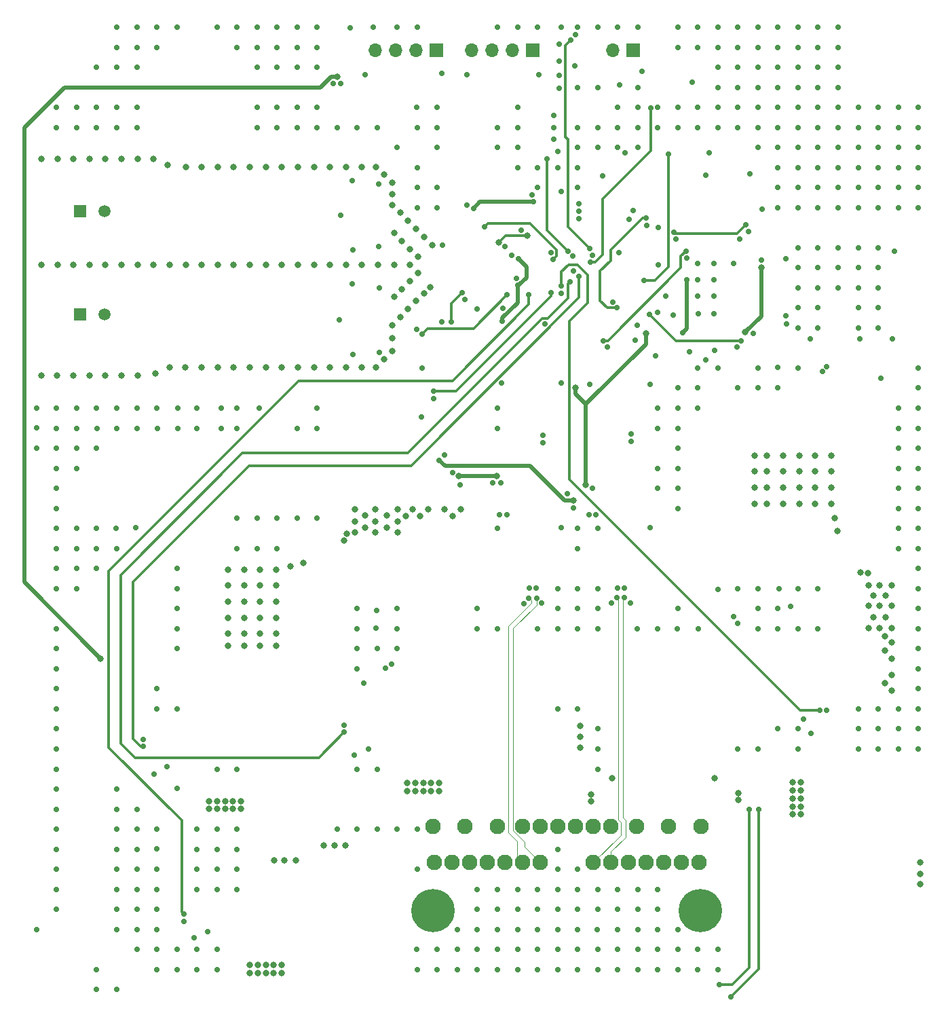
<source format=gbr>
%TF.GenerationSoftware,KiCad,Pcbnew,8.0.7*%
%TF.CreationDate,2025-02-09T22:58:21-06:00*%
%TF.ProjectId,FSAE_BMS,46534145-5f42-44d5-932e-6b696361645f,rev?*%
%TF.SameCoordinates,Original*%
%TF.FileFunction,Copper,L4,Bot*%
%TF.FilePolarity,Positive*%
%FSLAX46Y46*%
G04 Gerber Fmt 4.6, Leading zero omitted, Abs format (unit mm)*
G04 Created by KiCad (PCBNEW 8.0.7) date 2025-02-09 22:58:21*
%MOMM*%
%LPD*%
G01*
G04 APERTURE LIST*
%TA.AperFunction,ComponentPad*%
%ADD10C,1.950000*%
%TD*%
%TA.AperFunction,ComponentPad*%
%ADD11C,5.400000*%
%TD*%
%TA.AperFunction,ComponentPad*%
%ADD12R,1.520000X1.520000*%
%TD*%
%TA.AperFunction,ComponentPad*%
%ADD13C,1.520000*%
%TD*%
%TA.AperFunction,ComponentPad*%
%ADD14R,1.700000X1.700000*%
%TD*%
%TA.AperFunction,ComponentPad*%
%ADD15O,1.700000X1.700000*%
%TD*%
%TA.AperFunction,ViaPad*%
%ADD16C,0.700000*%
%TD*%
%TA.AperFunction,ViaPad*%
%ADD17C,0.800000*%
%TD*%
%TA.AperFunction,Conductor*%
%ADD18C,0.500000*%
%TD*%
%TA.AperFunction,Conductor*%
%ADD19C,0.300000*%
%TD*%
%TA.AperFunction,Conductor*%
%ADD20C,0.109000*%
%TD*%
G04 APERTURE END LIST*
D10*
%TO.P,J303,1,1*%
%TO.N,unconnected-(J303-Pad1)*%
X175660000Y-127162500D03*
%TO.P,J303,2,2*%
%TO.N,READY_PWR*%
X171660000Y-127162500D03*
%TO.P,J303,3,3*%
%TO.N,CHARGE_PWR*%
X167660000Y-127162500D03*
%TO.P,J303,4,4*%
%TO.N,unconnected-(J303-Pad4)*%
X164460000Y-127162500D03*
%TO.P,J303,5,5*%
%TO.N,unconnected-(J303-Pad5)*%
X162260000Y-127162500D03*
%TO.P,J303,6,6*%
%TO.N,CHARGE_SAFE_HV*%
X160060000Y-127162500D03*
%TO.P,J303,7,7*%
%TO.N,DISCHARGE_EN_HV*%
X157860000Y-127162500D03*
%TO.P,J303,8,8*%
%TO.N,CHARGE_EN_HV*%
X155660000Y-127162500D03*
%TO.P,J303,9,9*%
%TO.N,unconnected-(J303-Pad9)*%
X153460000Y-127162500D03*
%TO.P,J303,10,10*%
%TO.N,FAN_EN_HV*%
X150260000Y-127162500D03*
%TO.P,J303,11,11*%
%TO.N,unconnected-(J303-Pad11)*%
X146260000Y-127162500D03*
%TO.P,J303,12,12*%
%TO.N,GND*%
X142260000Y-127162500D03*
%TO.P,J303,13,13*%
%TO.N,unconnected-(J303-Pad13)*%
X175460000Y-131662500D03*
%TO.P,J303,14,14*%
%TO.N,unconnected-(J303-Pad14)*%
X173260000Y-131662500D03*
%TO.P,J303,15,15*%
%TO.N,unconnected-(J303-Pad15)*%
X171060000Y-131662500D03*
%TO.P,J303,16,16*%
%TO.N,unconnected-(J303-Pad16)*%
X168860000Y-131662500D03*
%TO.P,J303,17,17*%
%TO.N,unconnected-(J303-Pad17)*%
X166660000Y-131662500D03*
%TO.P,J303,18,18*%
%TO.N,ISO_CAN1+*%
X164460000Y-131662500D03*
%TO.P,J303,19,19*%
%TO.N,ISO_CAN1-*%
X162260000Y-131662500D03*
%TO.P,J303,20,20*%
%TO.N,ISO_CAN2+*%
X155660000Y-131662500D03*
%TO.P,J303,21,21*%
%TO.N,ISO_CAN2-*%
X153460000Y-131662500D03*
%TO.P,J303,22,22*%
%TO.N,unconnected-(J303-Pad22)*%
X151260000Y-131662500D03*
%TO.P,J303,23,23*%
%TO.N,unconnected-(J303-Pad23)*%
X149060000Y-131662500D03*
%TO.P,J303,24,24*%
%TO.N,unconnected-(J303-Pad24)*%
X146860000Y-131662500D03*
%TO.P,J303,25,25*%
%TO.N,unconnected-(J303-Pad25)*%
X144660000Y-131662500D03*
%TO.P,J303,26,26*%
%TO.N,unconnected-(J303-Pad26)*%
X142460000Y-131662500D03*
D11*
%TO.P,J303,MH1,MH1*%
%TO.N,unconnected-(J303-PadMH1)*%
X175610000Y-137612500D03*
%TO.P,J303,MH2,MH2*%
%TO.N,unconnected-(J303-PadMH2)*%
X142260000Y-137612500D03*
%TD*%
D12*
%TO.P,J305,1,1*%
%TO.N,ISO_COMLP*%
X98271605Y-50418326D03*
D13*
%TO.P,J305,2,2*%
%TO.N,ISO_COMLN*%
X101271604Y-50418326D03*
%TD*%
D14*
%TO.P,J301,1,Pin_1*%
%TO.N,GND*%
X154700000Y-30400000D03*
D15*
%TO.P,J301,2,Pin_2*%
%TO.N,Net-(D303-A2)*%
X152160000Y-30400000D03*
%TO.P,J301,3,Pin_3*%
%TO.N,Net-(D301-A2)*%
X149620000Y-30400000D03*
%TO.P,J301,4,Pin_4*%
%TO.N,Net-(J301-Pin_4)*%
X147080000Y-30400000D03*
%TD*%
D14*
%TO.P,J302,1,Pin_1*%
%TO.N,GND*%
X142660000Y-30400000D03*
D15*
%TO.P,J302,2,Pin_2*%
%TO.N,Net-(D304-A2)*%
X140120000Y-30400000D03*
%TO.P,J302,3,Pin_3*%
%TO.N,Net-(D302-A2)*%
X137580000Y-30400000D03*
%TO.P,J302,4,Pin_4*%
%TO.N,Net-(J302-Pin_4)*%
X135040000Y-30400000D03*
%TD*%
D14*
%TO.P,J306,1,Pin_1*%
%TO.N,GND*%
X167275000Y-30400000D03*
D15*
%TO.P,J306,2,Pin_2*%
%TO.N,Net-(D305-A2)*%
X164735000Y-30400000D03*
%TD*%
D12*
%TO.P,J304,1,1*%
%TO.N,ISO_COMHP*%
X98255217Y-63354222D03*
D13*
%TO.P,J304,2,2*%
%TO.N,ISO_COMHN*%
X101255216Y-63354222D03*
%TD*%
D16*
%TO.N,+3V3*%
X154800000Y-49300000D03*
D17*
X181200000Y-65557145D03*
D16*
X173900000Y-59000000D03*
D17*
X160050000Y-72500000D03*
X159800000Y-86500000D03*
X183200000Y-57500000D03*
D16*
X147300000Y-50100000D03*
X143050000Y-81500000D03*
X150900000Y-64200000D03*
X152827460Y-59691940D03*
X173400000Y-65600000D03*
X152900000Y-56370000D03*
D17*
X168800000Y-65700000D03*
X161330330Y-84530330D03*
D16*
%TO.N,GND*%
X146480000Y-33400000D03*
X170300000Y-82500000D03*
X109100000Y-119700000D03*
X107800000Y-127500000D03*
X187800000Y-35000000D03*
D17*
X123750000Y-131400000D03*
X105400000Y-43900000D03*
D16*
X95300000Y-125000000D03*
D17*
X145691000Y-87624500D03*
D16*
X160300000Y-47500000D03*
D17*
X185951606Y-86908500D03*
X93389438Y-70900968D03*
X115319784Y-123983604D03*
X143033124Y-121751932D03*
D16*
X177800000Y-27500000D03*
X172800000Y-85000000D03*
X95300000Y-77500000D03*
X162800000Y-142500000D03*
X143400000Y-54700000D03*
X110300000Y-105000000D03*
X157800000Y-45000000D03*
X202800000Y-77500000D03*
X190850000Y-70425000D03*
X160300000Y-140000000D03*
X162154189Y-85003364D03*
X117800000Y-132500000D03*
X112800000Y-127500000D03*
X160075000Y-28400000D03*
D17*
X122387951Y-144418350D03*
D16*
X117800000Y-92500000D03*
X202760856Y-104981646D03*
X170300000Y-40000000D03*
D17*
X129400000Y-44900000D03*
D16*
X197800000Y-45000000D03*
D17*
X142033124Y-122751932D03*
X197984606Y-97100500D03*
X115389438Y-69900968D03*
X138400000Y-54150000D03*
X182400000Y-86900000D03*
D16*
X175300000Y-70000000D03*
X200300000Y-115000000D03*
X187800000Y-57500000D03*
X137800000Y-102500000D03*
X147800000Y-145000000D03*
X202800000Y-92500000D03*
X172800000Y-27500000D03*
X162800000Y-137500000D03*
X195300000Y-115000000D03*
X110300000Y-112500000D03*
X182800000Y-40000000D03*
X180300000Y-32500000D03*
X195300000Y-57500000D03*
D17*
X95400000Y-57150000D03*
X140685000Y-88482500D03*
X187151062Y-124668540D03*
D16*
X177800000Y-30000000D03*
X105300000Y-132500000D03*
X140300000Y-45000000D03*
X127800000Y-30000000D03*
X172800000Y-140000000D03*
D17*
X124491000Y-94724500D03*
D16*
X202800000Y-117500000D03*
X95300000Y-92500000D03*
X187800000Y-47500000D03*
X102800000Y-127500000D03*
X100300000Y-37500000D03*
D17*
X121387951Y-144418350D03*
D16*
X189300000Y-66400000D03*
X180300000Y-101800000D03*
X202800000Y-75000000D03*
X202800000Y-115000000D03*
X187800000Y-30000000D03*
X180300000Y-27500000D03*
X95300000Y-115000000D03*
X190300000Y-97500000D03*
X187800000Y-55000000D03*
D17*
X188151062Y-122668540D03*
D16*
X167800000Y-37500000D03*
X120300000Y-30000000D03*
D17*
X182400000Y-82900000D03*
D16*
X115300000Y-130000000D03*
X155937000Y-78350000D03*
X158000000Y-33500000D03*
X167800000Y-140000000D03*
X200300000Y-40000000D03*
D17*
X141691000Y-87624500D03*
D16*
X151250213Y-54882825D03*
X127800000Y-77500000D03*
X112450000Y-141000000D03*
D17*
X117400000Y-44900000D03*
D16*
X177400000Y-67800000D03*
X190300000Y-27500000D03*
X127800000Y-32500000D03*
D17*
X135150000Y-69900000D03*
D16*
X158000000Y-35100000D03*
D17*
X116691000Y-99124500D03*
X123400000Y-44900000D03*
D16*
X147800000Y-102500000D03*
D17*
X187951606Y-84908500D03*
D16*
X190300000Y-62500000D03*
X187800000Y-32500000D03*
X190300000Y-40000000D03*
D17*
X105389438Y-70900968D03*
D16*
X172800000Y-37500000D03*
X157300000Y-38500000D03*
D17*
X125400000Y-57150000D03*
X135097000Y-89117500D03*
D16*
X150300000Y-77500000D03*
X187800000Y-50000000D03*
X115847903Y-74989604D03*
X95300000Y-37500000D03*
X190300000Y-50000000D03*
D17*
X121389438Y-69900968D03*
D16*
X187800000Y-70000000D03*
X127800000Y-88750000D03*
X187800000Y-27500000D03*
X202800000Y-80000000D03*
X160300000Y-100000000D03*
X100300000Y-95000000D03*
X162800000Y-115000000D03*
D17*
X114319784Y-123983604D03*
D16*
X97800000Y-37500000D03*
X97800000Y-90000000D03*
X166250000Y-43150000D03*
D17*
X141900000Y-59900000D03*
D16*
X132800000Y-127500000D03*
X152043582Y-55930023D03*
X115300000Y-135000000D03*
D17*
X116319784Y-124983604D03*
X97400000Y-57150000D03*
D16*
X100300000Y-32500000D03*
X127800000Y-27500000D03*
X175300000Y-30000000D03*
X97800000Y-75000000D03*
D17*
X136150000Y-45900000D03*
D16*
X200300000Y-80000000D03*
X175300000Y-145000000D03*
X150300000Y-142500000D03*
D17*
X138150000Y-50650000D03*
D16*
X161714000Y-88311500D03*
X131200000Y-114500000D03*
X112800000Y-75000000D03*
X167505000Y-66522500D03*
X112800000Y-132500000D03*
D17*
X118691000Y-103124500D03*
X198619606Y-105228500D03*
D16*
X140300000Y-145000000D03*
X202800000Y-72500000D03*
D17*
X137150000Y-64650000D03*
D16*
X143396178Y-64247858D03*
D17*
X141033124Y-121751932D03*
D16*
X146209605Y-61478818D03*
D17*
X119400000Y-57150000D03*
D16*
X177800000Y-40000000D03*
X130550000Y-63950000D03*
X150703500Y-84305600D03*
D17*
X123387951Y-145418350D03*
X137400000Y-57150000D03*
D16*
X135300000Y-40000000D03*
X157300000Y-41500000D03*
D17*
X141150000Y-60650000D03*
X111400000Y-57150000D03*
X120387951Y-145418350D03*
X99389438Y-70900968D03*
X198746606Y-98370500D03*
X203075000Y-134375000D03*
X142033124Y-121751932D03*
X117319784Y-123983604D03*
D16*
X137800000Y-105000000D03*
X185300000Y-102500000D03*
X175300000Y-142500000D03*
X202800000Y-70000000D03*
X166750000Y-51500000D03*
X197800000Y-112500000D03*
X197800000Y-57500000D03*
X145300000Y-145000000D03*
X169362192Y-89872198D03*
D17*
X122700000Y-104600000D03*
D16*
X170300000Y-37500000D03*
X112800000Y-145000000D03*
X100300000Y-75000000D03*
X160500000Y-50450000D03*
D17*
X137891000Y-90514500D03*
D16*
X180300000Y-97500000D03*
X155300000Y-135000000D03*
X197800000Y-117500000D03*
X200300000Y-42500000D03*
X102800000Y-32500000D03*
X105300000Y-40000000D03*
D17*
X189951606Y-84908500D03*
X115400000Y-44900000D03*
D16*
X150300000Y-40000000D03*
X152800000Y-140000000D03*
D17*
X187151062Y-123668540D03*
D16*
X130300000Y-40000000D03*
X156200000Y-64500000D03*
D17*
X191951606Y-82908500D03*
D16*
X172800000Y-30000000D03*
X127800000Y-75000000D03*
D17*
X127400000Y-57150000D03*
D16*
X117800000Y-75000000D03*
X185300000Y-27500000D03*
X186900000Y-99700000D03*
X102804851Y-77536491D03*
X185287800Y-69913013D03*
X107800000Y-30000000D03*
D17*
X203075000Y-133075000D03*
X133400000Y-69900000D03*
X121400000Y-57150000D03*
D16*
X195300000Y-112500000D03*
X167200000Y-50350000D03*
X152800000Y-42500000D03*
D17*
X136494000Y-89879500D03*
D16*
X175300000Y-59000000D03*
X177300000Y-57000000D03*
X202800000Y-82500000D03*
D17*
X117400000Y-57150000D03*
D16*
X110300000Y-145000000D03*
X105300000Y-140000000D03*
X190300000Y-32500000D03*
D17*
X109400000Y-57150000D03*
D16*
X190300000Y-30000000D03*
X147747916Y-140036491D03*
D17*
X160600000Y-116000000D03*
D16*
X112800000Y-135000000D03*
X187800000Y-37500000D03*
X182800000Y-70000000D03*
X107800000Y-145000000D03*
X170300000Y-102500000D03*
D17*
X125150000Y-131400000D03*
D16*
X95300000Y-95000000D03*
D17*
X139400000Y-55150000D03*
D16*
X95300000Y-97500000D03*
D17*
X103400000Y-43900000D03*
X191951606Y-80908500D03*
D16*
X167800000Y-35000000D03*
X95300000Y-130000000D03*
D17*
X139400000Y-59150000D03*
X139150000Y-62650000D03*
X139691000Y-87624500D03*
D16*
X190300000Y-102500000D03*
X112800000Y-130000000D03*
X107800000Y-142500000D03*
D17*
X182400000Y-80900000D03*
D16*
X195300000Y-45000000D03*
X172800000Y-87500000D03*
X135475000Y-54868326D03*
D17*
X97389438Y-70900968D03*
D16*
X131900000Y-27600000D03*
X155823261Y-99326378D03*
X110300000Y-142500000D03*
X190300000Y-45000000D03*
X102800000Y-147500000D03*
X140221928Y-142473904D03*
D17*
X141150000Y-53650000D03*
D16*
X129828667Y-34524833D03*
X95300000Y-40000000D03*
X174589303Y-34342642D03*
X165300000Y-97400000D03*
D17*
X137150000Y-46900000D03*
X140150000Y-61650000D03*
D16*
X197800000Y-42500000D03*
X170300000Y-140000000D03*
X142300000Y-73800000D03*
X157800000Y-135000000D03*
X95300000Y-105000000D03*
X192800000Y-47500000D03*
X182800000Y-97500000D03*
X162800000Y-120000000D03*
X187800000Y-65000000D03*
X150300000Y-145000000D03*
X159000001Y-85668630D03*
X167800000Y-40000000D03*
D17*
X138150000Y-63650000D03*
D16*
X158300000Y-71900000D03*
D17*
X136494000Y-88355500D03*
D16*
X165300000Y-140000000D03*
D17*
X135097000Y-90514500D03*
D16*
X195300000Y-55000000D03*
X157800000Y-102500000D03*
X195300000Y-50000000D03*
X172800000Y-72500000D03*
X160300000Y-42500000D03*
D17*
X137400000Y-61150000D03*
D16*
X180300000Y-117500000D03*
X110305197Y-122423409D03*
D17*
X160600000Y-114600000D03*
D16*
X198100000Y-71300000D03*
X175300000Y-61000000D03*
D17*
X199508606Y-97100500D03*
D16*
X132800000Y-107500000D03*
X182800000Y-35000000D03*
X135300000Y-105000000D03*
D17*
X135150000Y-44900000D03*
D16*
X102800000Y-30000000D03*
X170300000Y-145000000D03*
X135300000Y-120000000D03*
X132200000Y-59500000D03*
D17*
X95389438Y-70900968D03*
D16*
X152700000Y-58801008D03*
D17*
X177400000Y-121100000D03*
X197222606Y-101037500D03*
X125400000Y-69900000D03*
D16*
X105300000Y-137500000D03*
X100300000Y-40000000D03*
X172800000Y-80000000D03*
X195300000Y-40000000D03*
X158250053Y-89895318D03*
D17*
X116691000Y-95124500D03*
D16*
X122800000Y-32500000D03*
D17*
X182400000Y-84900000D03*
X116319784Y-123983604D03*
D16*
X202800000Y-90000000D03*
D17*
X131400000Y-69900000D03*
X135097000Y-87593500D03*
D16*
X172800000Y-142500000D03*
D17*
X117319784Y-124983604D03*
D16*
X114150000Y-140300000D03*
X157800000Y-142500000D03*
X177800000Y-145000000D03*
X166100000Y-97400000D03*
X150800000Y-71900000D03*
X107800000Y-140000000D03*
X160300000Y-137500000D03*
X95300000Y-90000000D03*
D17*
X103389438Y-70900968D03*
X144749000Y-88482500D03*
X109389438Y-69900968D03*
X118691000Y-99124500D03*
D16*
X189375000Y-115575000D03*
D17*
X131150000Y-91500000D03*
X120691000Y-103124500D03*
D16*
X117800000Y-27500000D03*
X185300000Y-32500000D03*
X158000000Y-31700000D03*
D17*
X187951606Y-86908500D03*
D16*
X195300000Y-42500000D03*
X102747808Y-89963509D03*
D17*
X137150000Y-49650000D03*
D16*
X117800000Y-130000000D03*
X95300000Y-132500000D03*
X200300000Y-90000000D03*
X105300000Y-32500000D03*
X125300000Y-37500000D03*
X165300000Y-137500000D03*
X140900000Y-70000000D03*
D17*
X142150000Y-54650000D03*
X131500000Y-90650000D03*
D16*
X105300000Y-30000000D03*
X130750000Y-50950000D03*
X165450000Y-55600000D03*
X100300000Y-145000000D03*
X117800000Y-88750000D03*
X187800000Y-97500000D03*
X132800000Y-102500000D03*
X95300000Y-85000000D03*
X150537000Y-88250000D03*
X143380000Y-33300000D03*
X110450922Y-77526095D03*
D17*
X187151062Y-125668540D03*
D16*
X95300000Y-137500000D03*
D17*
X135400000Y-57150000D03*
D16*
X155300000Y-145000000D03*
D17*
X139033124Y-121751932D03*
D16*
X95300000Y-82500000D03*
X165300000Y-37500000D03*
D17*
X187951606Y-80908500D03*
D16*
X165300000Y-142500000D03*
D17*
X113389438Y-69900968D03*
D16*
X195300000Y-60000000D03*
X158000000Y-29600000D03*
D17*
X197222606Y-98370500D03*
D16*
X115300000Y-132500000D03*
X117804851Y-77536491D03*
X152800000Y-137500000D03*
X157800000Y-112500000D03*
X177800000Y-97600000D03*
X195300000Y-37500000D03*
D17*
X196587606Y-102434500D03*
D16*
X158300000Y-48000000D03*
X167800000Y-137500000D03*
X190300000Y-65000000D03*
X199600000Y-66400000D03*
X177800000Y-70000000D03*
X200300000Y-85000000D03*
X140300000Y-47500000D03*
D17*
X180350000Y-123000000D03*
D16*
X186300000Y-56400000D03*
D17*
X123400000Y-57150000D03*
D16*
X200300000Y-45000000D03*
X170400000Y-52500000D03*
X125300000Y-32500000D03*
D17*
X118319784Y-123983604D03*
D16*
X105300000Y-142500000D03*
D17*
X140400000Y-56150000D03*
D16*
X115300000Y-127500000D03*
X107800000Y-135000000D03*
X102800000Y-75000000D03*
D17*
X111400000Y-44900000D03*
D16*
X134802483Y-27465205D03*
X202800000Y-47500000D03*
D17*
X115400000Y-57150000D03*
D16*
X149673034Y-84300000D03*
X182800000Y-37500000D03*
X162564000Y-88311500D03*
X200300000Y-77500000D03*
X95300000Y-110000000D03*
X92779209Y-77468706D03*
X145300000Y-140000000D03*
X165300000Y-27500000D03*
X180300000Y-37500000D03*
X180500000Y-53900000D03*
X177300000Y-61000000D03*
D17*
X113400000Y-57150000D03*
D16*
X100304851Y-77536491D03*
X200300000Y-50000000D03*
X185300000Y-42500000D03*
X155300000Y-47500000D03*
X147800000Y-135000000D03*
X111200000Y-139000000D03*
X122800000Y-37500000D03*
D17*
X187951606Y-82908500D03*
D16*
X162141047Y-55932881D03*
X97800000Y-97500000D03*
X135500000Y-47050000D03*
X102800000Y-40000000D03*
X197800000Y-47500000D03*
X133600000Y-109300000D03*
D17*
X119400000Y-44900000D03*
D16*
X202800000Y-102500000D03*
D17*
X199508606Y-99640500D03*
D16*
X195300000Y-62500000D03*
X161800000Y-72000000D03*
X110300000Y-100000000D03*
D17*
X118700000Y-104600000D03*
X131300000Y-129500000D03*
X109139438Y-44649032D03*
X185951606Y-80908500D03*
D16*
X97800000Y-82500000D03*
D17*
X120691000Y-95124500D03*
D16*
X192800000Y-42500000D03*
X132800000Y-120000000D03*
D17*
X191951606Y-84908500D03*
X120387951Y-144418350D03*
D16*
X202800000Y-45000000D03*
X137800000Y-127500000D03*
D17*
X160600000Y-117300000D03*
D16*
X102800000Y-140000000D03*
D17*
X187151062Y-122668540D03*
D16*
X120300000Y-27500000D03*
X182800000Y-102500000D03*
X132450000Y-118300000D03*
X192800000Y-60000000D03*
X95300000Y-107500000D03*
D17*
X120691000Y-101124500D03*
X137400000Y-53150001D03*
X118691000Y-97124500D03*
X127400000Y-44900000D03*
X118691000Y-95124500D03*
D16*
X200300000Y-87500000D03*
X187800000Y-45000000D03*
X147800000Y-142500000D03*
X160300000Y-112500000D03*
X97800000Y-92500000D03*
X165300000Y-135000000D03*
X154623495Y-48417475D03*
X155300000Y-137500000D03*
D17*
X122691000Y-101124500D03*
D16*
X169370000Y-72048621D03*
X195300000Y-65000000D03*
D17*
X103400000Y-57150000D03*
D16*
X191350000Y-69875000D03*
X183200000Y-56500000D03*
D17*
X183951606Y-86908500D03*
X121400000Y-44900000D03*
D16*
X142800000Y-145000000D03*
X115300000Y-145000000D03*
X185300000Y-30000000D03*
X162800000Y-102500000D03*
X155100000Y-97400000D03*
D17*
X120700000Y-104600000D03*
D16*
X157800000Y-140000000D03*
X152800000Y-27500000D03*
X160300000Y-92500000D03*
X120545149Y-74963509D03*
X106100000Y-116299997D03*
X133780000Y-33400000D03*
X202800000Y-112500000D03*
X182800000Y-117500000D03*
X155298411Y-27476803D03*
X102800000Y-137500000D03*
X150300000Y-140000000D03*
X185300000Y-72500000D03*
X127800000Y-37500000D03*
X160300000Y-35000000D03*
X182210773Y-65677743D03*
D17*
X122691000Y-95124500D03*
D16*
X175300000Y-75000000D03*
X187800000Y-60000000D03*
X167800000Y-42500000D03*
X102800000Y-132500000D03*
D17*
X131400000Y-57150000D03*
D16*
X137800000Y-100000000D03*
X130300000Y-127500000D03*
D17*
X122691000Y-97124500D03*
D16*
X192800000Y-45000000D03*
D17*
X197984606Y-99640500D03*
X183951606Y-82908500D03*
D16*
X92800000Y-75000000D03*
X157800000Y-132500000D03*
D17*
X123387951Y-144418350D03*
D16*
X155937000Y-79300000D03*
X110300000Y-102500000D03*
X143690138Y-80867365D03*
X102800000Y-125000000D03*
X95300000Y-120000000D03*
D17*
X137891000Y-87593500D03*
D16*
X197800000Y-65000000D03*
X156950000Y-55600000D03*
D17*
X117389438Y-69900968D03*
D16*
X167800000Y-145000000D03*
X140242610Y-37468706D03*
D17*
X93400000Y-57150000D03*
D16*
X105300000Y-37500000D03*
X160300000Y-135000000D03*
D17*
X183951606Y-84908500D03*
D16*
X95300000Y-135000000D03*
X105304851Y-77536491D03*
X176700000Y-43200000D03*
X199800000Y-55400000D03*
D17*
X191951606Y-86908500D03*
X132557000Y-89117500D03*
D16*
X202800000Y-42500000D03*
X157800000Y-97500000D03*
D17*
X188151062Y-125668540D03*
D16*
X140300000Y-132500000D03*
X172600000Y-53900000D03*
D17*
X121387951Y-145418350D03*
X101400000Y-57150000D03*
D16*
X185300000Y-47500000D03*
X172800000Y-77500000D03*
X167744415Y-102511598D03*
X197800000Y-40000000D03*
X202800000Y-40000000D03*
D17*
X196500000Y-95600000D03*
X132557000Y-90514500D03*
D16*
X160300000Y-102500000D03*
X185451377Y-97494802D03*
D17*
X119387951Y-145418350D03*
D16*
X162800000Y-135000000D03*
X125300000Y-30000000D03*
D17*
X133827000Y-89879500D03*
D16*
X182800000Y-100000000D03*
D17*
X95400000Y-43900000D03*
D16*
X155300000Y-142500000D03*
X95300000Y-112500000D03*
X157300000Y-40000000D03*
X132800000Y-100000000D03*
D17*
X118691000Y-101124500D03*
D16*
X170300000Y-63047900D03*
X102800000Y-130000000D03*
X162800000Y-145000000D03*
X162800000Y-100000000D03*
X136300000Y-107400000D03*
D17*
X107650000Y-70650000D03*
X120691000Y-97124500D03*
D16*
X188475000Y-113775000D03*
X100300000Y-80000000D03*
X170300000Y-142500000D03*
X125300000Y-77500000D03*
D17*
X189951606Y-80908500D03*
D16*
X187800000Y-115000000D03*
X160300000Y-45000000D03*
X165300000Y-40000000D03*
X164667638Y-61776884D03*
D17*
X188151062Y-124668540D03*
D16*
X197800000Y-55000000D03*
X163450000Y-46050000D03*
X102800000Y-27500000D03*
X153597752Y-99347355D03*
X200300000Y-75000000D03*
X150970505Y-62569745D03*
X167800000Y-135000000D03*
X192800000Y-30000000D03*
X159800000Y-57883500D03*
X95300000Y-75000000D03*
X170300000Y-85000000D03*
X105300000Y-75000000D03*
X160300000Y-90000000D03*
X202800000Y-95000000D03*
D17*
X101400000Y-43900000D03*
D16*
X110446071Y-74989604D03*
X135585496Y-60015442D03*
X160500000Y-51350000D03*
D17*
X107400000Y-43900000D03*
D16*
X182800000Y-30000000D03*
X155300000Y-45000000D03*
X162800000Y-97500000D03*
X147800000Y-62600000D03*
D17*
X119387951Y-144418350D03*
D16*
X117800000Y-120000000D03*
X179800000Y-101000000D03*
D17*
X122450000Y-131400000D03*
D16*
X170300000Y-137500000D03*
D17*
X114319784Y-124983604D03*
X120691000Y-99124500D03*
D16*
X175300000Y-72500000D03*
X172800000Y-40000000D03*
X192800000Y-40000000D03*
X152800000Y-45000000D03*
X150300000Y-27500000D03*
X107800000Y-137500000D03*
X157800000Y-100000000D03*
X167800000Y-142500000D03*
X115300000Y-142500000D03*
D17*
X140033124Y-122751932D03*
D16*
X162747916Y-140036491D03*
D17*
X139033124Y-122751932D03*
D16*
X200300000Y-47500000D03*
D17*
X118319784Y-124983604D03*
D16*
X202800000Y-100000000D03*
X180200768Y-67348843D03*
X166964000Y-78211500D03*
X200300000Y-117500000D03*
X172800000Y-100000000D03*
X162800000Y-27500000D03*
D17*
X136200000Y-68900000D03*
D16*
X155480000Y-33400000D03*
X160300000Y-27500000D03*
X202800000Y-110000000D03*
X95300000Y-117500000D03*
X147800000Y-100000000D03*
X187800000Y-62500000D03*
D17*
X116691000Y-103124500D03*
D16*
X170300000Y-75000000D03*
X160300000Y-142500000D03*
X125300000Y-40000000D03*
X100300000Y-92500000D03*
X159919975Y-32355025D03*
X171300000Y-61000000D03*
X176300000Y-46000000D03*
X167800000Y-27500000D03*
D17*
X137150000Y-67900000D03*
D16*
X162800000Y-90000000D03*
X182800000Y-72500000D03*
X158296210Y-60683495D03*
X140300000Y-127500000D03*
X117800000Y-30000000D03*
D17*
X105400000Y-57150000D03*
D16*
X110300000Y-97500000D03*
D17*
X192751606Y-90308500D03*
D16*
X147800000Y-137500000D03*
X162800000Y-117500000D03*
D17*
X187151062Y-121668540D03*
X192351606Y-88708500D03*
D16*
X135182568Y-102437305D03*
X92800000Y-140000000D03*
X105174718Y-89937413D03*
X122800000Y-88750000D03*
D17*
X122691000Y-99124500D03*
X164600000Y-121100000D03*
D16*
X182800000Y-42500000D03*
X127800000Y-40000000D03*
X122800000Y-92500000D03*
X180300000Y-72500000D03*
D17*
X139400000Y-57150000D03*
D16*
X132800000Y-40000000D03*
X163982886Y-67384997D03*
X170300000Y-77500000D03*
X181800000Y-45800000D03*
X150300000Y-75000000D03*
D17*
X197984606Y-102434500D03*
D16*
X172232920Y-63389216D03*
X197800000Y-37500000D03*
X192800000Y-35000000D03*
D17*
X143033124Y-122751932D03*
D16*
X159800000Y-87450003D03*
X177800000Y-37500000D03*
X180300000Y-40000000D03*
X145605368Y-84526003D03*
D17*
X137150000Y-48300000D03*
D16*
X125300000Y-27500000D03*
X102800000Y-135000000D03*
X115300000Y-120000000D03*
X175300000Y-40000000D03*
X112800000Y-142500000D03*
D17*
X116700000Y-104600000D03*
D16*
X150300000Y-135000000D03*
X200300000Y-37500000D03*
X200300000Y-112500000D03*
X142800000Y-142500000D03*
D17*
X199477606Y-110234500D03*
D16*
X160300000Y-145000000D03*
X190300000Y-42500000D03*
X140300000Y-27500000D03*
X132300000Y-55250000D03*
D17*
X180350000Y-123850000D03*
D16*
X160300000Y-40000000D03*
X175300000Y-37500000D03*
X107836490Y-74989604D03*
X150300000Y-137500000D03*
D17*
X188151062Y-121668540D03*
X161950000Y-123150000D03*
D16*
X166900000Y-99300000D03*
X120300000Y-88750000D03*
D17*
X139150000Y-51650000D03*
X119389438Y-69900968D03*
D16*
X185300000Y-50000000D03*
X110300000Y-95000000D03*
X167750000Y-64650000D03*
X122800000Y-40000000D03*
X164500000Y-99300000D03*
X186300000Y-63500000D03*
X182800000Y-27500000D03*
X155300000Y-140000000D03*
X150300000Y-102482602D03*
X140300000Y-50000000D03*
X150300000Y-42500000D03*
X152800000Y-142500000D03*
D17*
X137150000Y-66300000D03*
D16*
X195300000Y-117500000D03*
X125300000Y-88750000D03*
X155300000Y-102500000D03*
X95300000Y-80000000D03*
X132200000Y-46650000D03*
D17*
X99400000Y-57150000D03*
D16*
X197800000Y-50000000D03*
D17*
X195600000Y-95450000D03*
D16*
X152800000Y-135000000D03*
X202800000Y-87500000D03*
X95300000Y-127500000D03*
X192800000Y-37500000D03*
X176300000Y-69000000D03*
X137100000Y-106900000D03*
X120300000Y-40000000D03*
X168300000Y-33000000D03*
D17*
X199477606Y-104234500D03*
D16*
X162800000Y-35000000D03*
X158300000Y-27500000D03*
D17*
X107410562Y-57149032D03*
X185951606Y-84908500D03*
D16*
X120300000Y-32500000D03*
X95299999Y-122473687D03*
X192800000Y-50000000D03*
X197800000Y-60000000D03*
D17*
X123400000Y-69900000D03*
D16*
X100300000Y-147500000D03*
D17*
X129400000Y-57150000D03*
D16*
X152800000Y-145000000D03*
D17*
X126091000Y-94324500D03*
D16*
X162800000Y-40000000D03*
X187800000Y-117500000D03*
D17*
X140150000Y-52650000D03*
X93389438Y-43899032D03*
D16*
X102800000Y-37500000D03*
X132250000Y-68300000D03*
D17*
X133400000Y-44900000D03*
D16*
X134250000Y-117500000D03*
X97800000Y-80000000D03*
X107500000Y-120665000D03*
D17*
X189951606Y-86908500D03*
D16*
X120346994Y-92484299D03*
D17*
X97400000Y-43900000D03*
X122387951Y-145418350D03*
X188151062Y-123668540D03*
D16*
X165300000Y-145000000D03*
X160300000Y-132500000D03*
X105300000Y-130000000D03*
X142800000Y-37500000D03*
D17*
X138400000Y-60150000D03*
X113400000Y-44900000D03*
D16*
X160500000Y-49500000D03*
X120300000Y-37500000D03*
X175375989Y-102511598D03*
X185300000Y-37500000D03*
X185300000Y-115000000D03*
X142800000Y-47500000D03*
X174300000Y-68000000D03*
X183300000Y-50200000D03*
X185300000Y-40000000D03*
X95300000Y-87500000D03*
X152800000Y-37500000D03*
D17*
X138907000Y-88482500D03*
D16*
X170050000Y-68500000D03*
X146495013Y-49697507D03*
X187800000Y-102500000D03*
X107763509Y-129947916D03*
X100300000Y-90000000D03*
D17*
X133827000Y-88355500D03*
D16*
X172743212Y-102488401D03*
X117800000Y-127500000D03*
X102800000Y-122500000D03*
X135200000Y-100200000D03*
X144692224Y-83000000D03*
X135585496Y-68065442D03*
X186400000Y-64500000D03*
X202800000Y-50000000D03*
X95300000Y-102500000D03*
D17*
X185951606Y-82908500D03*
D16*
X177300000Y-59000000D03*
X202800000Y-85000000D03*
D17*
X143691000Y-87624500D03*
X132557000Y-87593500D03*
D16*
X130771333Y-34524833D03*
X177800000Y-35000000D03*
X191400000Y-112700000D03*
X182800000Y-32500000D03*
D17*
X128600000Y-129500000D03*
D16*
X172800000Y-82500000D03*
D17*
X196587606Y-97100500D03*
D16*
X180300000Y-35000000D03*
X102800000Y-92500000D03*
X122800000Y-30000000D03*
X197800000Y-62500000D03*
X165300000Y-42500000D03*
D17*
X199477606Y-106234500D03*
D16*
X190300000Y-35000000D03*
X168952192Y-52187041D03*
D17*
X199508606Y-102434500D03*
X115319784Y-124983604D03*
D16*
X107800000Y-110000000D03*
X107841341Y-77526095D03*
X197800000Y-115000000D03*
D17*
X111389438Y-69900968D03*
X133400000Y-57150000D03*
D16*
X107800000Y-112500000D03*
X190300000Y-57500000D03*
X137800000Y-42500000D03*
X142800000Y-50000000D03*
X160300000Y-97500000D03*
X157800000Y-145000000D03*
X135300000Y-127500000D03*
X180300000Y-30000000D03*
X192800000Y-27500000D03*
X165500000Y-34700000D03*
D17*
X131400000Y-44900000D03*
D16*
X202800000Y-107500000D03*
X173900000Y-56300000D03*
D17*
X140400000Y-58150000D03*
D16*
X181600000Y-53000000D03*
X166964000Y-79111500D03*
X150300000Y-90000000D03*
X105300000Y-127500000D03*
X145300000Y-142500000D03*
X162800000Y-42500000D03*
X185300000Y-100000000D03*
D17*
X129400000Y-69900000D03*
D16*
X172800000Y-75000000D03*
X177800000Y-32500000D03*
D17*
X101389438Y-70900968D03*
X196587606Y-99640500D03*
D16*
X177800000Y-142500000D03*
D17*
X198619606Y-109292500D03*
D16*
X187800000Y-40000000D03*
X105300000Y-135000000D03*
X151487000Y-88250000D03*
X110300000Y-27500000D03*
X112804851Y-77536491D03*
X142800000Y-40000000D03*
X97804851Y-77536491D03*
X202800000Y-97500000D03*
X192826203Y-57494910D03*
X107800000Y-132500000D03*
X195300000Y-47500000D03*
X137800000Y-27500000D03*
X175300000Y-57000000D03*
X159736398Y-56036398D03*
X157800000Y-43000000D03*
X157800000Y-137500000D03*
D17*
X122691000Y-103124500D03*
X116691000Y-97124500D03*
D16*
X187800000Y-42500000D03*
D17*
X183951606Y-80908500D03*
D16*
X97800000Y-40000000D03*
X107800000Y-27500000D03*
X92800000Y-80000000D03*
X105300000Y-125000000D03*
X175300000Y-27500000D03*
X190300000Y-37500000D03*
X185300000Y-35000000D03*
X170300000Y-135000000D03*
X185300000Y-45000000D03*
X192800000Y-32500000D03*
X170350000Y-57100000D03*
X140810050Y-76110050D03*
X177305171Y-63265502D03*
D17*
X141033124Y-122751932D03*
D16*
X179800000Y-57000000D03*
D17*
X130000000Y-129500000D03*
D16*
X117800000Y-135000000D03*
X115852754Y-77526095D03*
X157800000Y-130000000D03*
D17*
X203075000Y-131675000D03*
D16*
X195500000Y-66400000D03*
X152800000Y-40000000D03*
X154300000Y-97400000D03*
X153226951Y-52800000D03*
X140263602Y-65163602D03*
D17*
X161950000Y-124000000D03*
D16*
X122800000Y-27500000D03*
X190300000Y-60000000D03*
X175325756Y-63265502D03*
X140300000Y-40000000D03*
D17*
X137891000Y-89117500D03*
X99400000Y-43900000D03*
X127400000Y-69900000D03*
D16*
X200300000Y-82500000D03*
D17*
X199477606Y-108234500D03*
D16*
X97800000Y-95000000D03*
X132800000Y-105000000D03*
D17*
X198746606Y-101037500D03*
D16*
X200300000Y-92500000D03*
X192800000Y-55000000D03*
D17*
X189951606Y-82908500D03*
D16*
X190300000Y-47500000D03*
D17*
X198619606Y-103450500D03*
D16*
X190300000Y-55000000D03*
D17*
X116691000Y-101124500D03*
D16*
X142800000Y-42500000D03*
X115300000Y-27500000D03*
D17*
X125400000Y-44900000D03*
D16*
X105300000Y-27500000D03*
X172800000Y-145000000D03*
X202800000Y-37500000D03*
D17*
X140033124Y-121751932D03*
D16*
%TO.N,DISCHARGE_EN_LV*%
X131200000Y-115400000D03*
X159326551Y-59283499D03*
%TO.N,CHARGE_SAFE_LV*%
X158300000Y-59783500D03*
X190500000Y-112700000D03*
%TO.N,/MCU/SWO*%
X168600000Y-59100000D03*
X171600000Y-43300000D03*
%TO.N,/MCU/SWCLK*%
X165227084Y-62481884D03*
X168800000Y-51300000D03*
%TO.N,ISO_CAN1+*%
X166127000Y-98650000D03*
%TO.N,/MCU/TEST_LED*%
X161900000Y-56800000D03*
X169400000Y-37600000D03*
%TO.N,ISO_CAN1-*%
X165173000Y-98650000D03*
%TO.N,ISO_CAN2+*%
X155177000Y-98700000D03*
%TO.N,ISO_CAN2-*%
X154223000Y-98700000D03*
%TO.N,/MCU/SWDIO*%
X163500000Y-66600000D03*
X173800000Y-55400000D03*
%TO.N,/MCU/NRST*%
X172352750Y-53034626D03*
X181300000Y-52100000D03*
%TO.N,CHARGE_EN_LV*%
X106100000Y-117200000D03*
X160500000Y-58583500D03*
%TO.N,SPI1_NSS*%
X157252704Y-56447570D03*
X148700000Y-52400000D03*
%TO.N,CHARGE_PWR_LV_ISO*%
X151516500Y-60883500D03*
X182900000Y-125000000D03*
X179400000Y-148400000D03*
X140900000Y-65800000D03*
D17*
%TO.N,+5V*%
X130300000Y-33700000D03*
X150200000Y-83500000D03*
X100800000Y-106200000D03*
X145500000Y-83500000D03*
D16*
%TO.N,READY_PWR_LV_ISO*%
X181700000Y-125000000D03*
X157000000Y-60583500D03*
X178000000Y-146900000D03*
X142300000Y-72900000D03*
%TO.N,BQ_NFAULT*%
X144550000Y-64250000D03*
X145925000Y-60625000D03*
D17*
%TO.N,BQ_SPI_RDY*%
X154000000Y-53500000D03*
X150500000Y-54300000D03*
D16*
%TO.N,/MCU/SDIO_DET*%
X180700000Y-66600000D03*
X169300000Y-63300000D03*
%TO.N,FAN_EN_LV*%
X154216360Y-60883501D03*
X111200000Y-138100000D03*
%TO.N,ADC_IN*%
X161800000Y-55100000D03*
X159475000Y-29100000D03*
%TO.N,UART4_TX*%
X156500000Y-43900000D03*
X159100000Y-55400000D03*
%TD*%
D18*
%TO.N,+3V3*%
X160050000Y-73250000D02*
X161300000Y-74500000D01*
X152827460Y-61844161D02*
X150900000Y-63771621D01*
X148100000Y-49300000D02*
X154800000Y-49300000D01*
X173900000Y-65100000D02*
X173900000Y-59000000D01*
X154400000Y-82200000D02*
X158700000Y-86500000D01*
X153900000Y-57370000D02*
X152900000Y-56370000D01*
X152918392Y-59601008D02*
X153031371Y-59601008D01*
X147300000Y-50100000D02*
X148100000Y-49300000D01*
X173400000Y-65600000D02*
X173900000Y-65100000D01*
D19*
X150955025Y-63955025D02*
X150900000Y-64010050D01*
D18*
X168800000Y-67000000D02*
X168800000Y-65700000D01*
X153031371Y-59601008D02*
X153900000Y-58732379D01*
X158700000Y-86500000D02*
X159800000Y-86500000D01*
X153900000Y-58732379D02*
X153900000Y-57370000D01*
D19*
X150900000Y-64010050D02*
X150900000Y-64200000D01*
D18*
X150900000Y-63771621D02*
X150900000Y-64200000D01*
X152827460Y-59691940D02*
X152918392Y-59601008D01*
X143750000Y-82200000D02*
X154400000Y-82200000D01*
X183200000Y-63557145D02*
X183200000Y-57500000D01*
X181200000Y-65557145D02*
X183200000Y-63557145D01*
X161300000Y-74500000D02*
X168800000Y-67000000D01*
X152827460Y-59691940D02*
X152827460Y-61844161D01*
X160050000Y-72500000D02*
X160050000Y-73250000D01*
X143050000Y-81500000D02*
X143750000Y-82200000D01*
X161330330Y-84530330D02*
X161300000Y-84500000D01*
X161300000Y-84500000D02*
X161300000Y-74500000D01*
D19*
%TO.N,DISCHARGE_EN_LV*%
X105100000Y-118600000D02*
X128000000Y-118600000D01*
X159100000Y-59510050D02*
X159100000Y-61300000D01*
X156600000Y-63800000D02*
X155910050Y-63800000D01*
X103300000Y-95800000D02*
X103300000Y-116800000D01*
X139110050Y-80600000D02*
X118500000Y-80600000D01*
X128000000Y-118600000D02*
X131200000Y-115400000D01*
X103300000Y-116800000D02*
X105100000Y-118600000D01*
X118500000Y-80600000D02*
X103300000Y-95800000D01*
X159326551Y-59283499D02*
X159100000Y-59510050D01*
X159100000Y-61300000D02*
X156600000Y-63800000D01*
X155910050Y-63800000D02*
X139110050Y-80600000D01*
%TO.N,CHARGE_SAFE_LV*%
X158300000Y-58022314D02*
X159222314Y-57100000D01*
X159300000Y-64200000D02*
X159300000Y-83900000D01*
X160301246Y-57100000D02*
X161600000Y-58398754D01*
X159222314Y-57100000D02*
X160301246Y-57100000D01*
X161600000Y-58398754D02*
X161600000Y-61900000D01*
X161600000Y-61900000D02*
X159300000Y-64200000D01*
X188100000Y-112700000D02*
X190500000Y-112700000D01*
X158300000Y-59783500D02*
X158300000Y-58022314D01*
X159300000Y-83900000D02*
X188100000Y-112700000D01*
%TO.N,/MCU/SWO*%
X169900000Y-59100000D02*
X171600000Y-57400000D01*
X171600000Y-57400000D02*
X171600000Y-43300000D01*
X168600000Y-59100000D02*
X169900000Y-59100000D01*
%TO.N,/MCU/SWCLK*%
X168400000Y-51300000D02*
X168800000Y-51300000D01*
X164400000Y-56600000D02*
X164400000Y-55300000D01*
X163100000Y-57900000D02*
X164400000Y-56600000D01*
X164400000Y-55300000D02*
X168400000Y-51300000D01*
X165222084Y-62476884D02*
X163977286Y-62476884D01*
X163100000Y-61599598D02*
X163100000Y-57900000D01*
X163977286Y-62476884D02*
X163100000Y-61599598D01*
X165227084Y-62481884D02*
X165222084Y-62476884D01*
D20*
%TO.N,ISO_CAN1+*%
X166298480Y-128485277D02*
X164460000Y-130323757D01*
X164460000Y-130323757D02*
X164460000Y-131662500D01*
X165954501Y-98822499D02*
X165954501Y-126056997D01*
X166298480Y-126400976D02*
X166298480Y-128485277D01*
X166127000Y-98650000D02*
X165954501Y-98822499D01*
X165954501Y-126056997D02*
X166298480Y-126400976D01*
D19*
%TO.N,/MCU/TEST_LED*%
X161900000Y-56800000D02*
X162500000Y-56800000D01*
X162500000Y-56800000D02*
X163400000Y-55900000D01*
X169400000Y-42900000D02*
X169400000Y-37600000D01*
X163400000Y-55900000D02*
X163400000Y-48900000D01*
X163400000Y-48900000D02*
X169400000Y-42900000D01*
D20*
%TO.N,ISO_CAN1-*%
X165345499Y-98822499D02*
X165345499Y-126309223D01*
X165689500Y-126653224D02*
X165689500Y-128233000D01*
X165173000Y-98650000D02*
X165345499Y-98822499D01*
X165345499Y-126309223D02*
X165689500Y-126653224D01*
X165689500Y-128233000D02*
X162260000Y-131662500D01*
%TO.N,ISO_CAN2+*%
X155177000Y-98700000D02*
X155177000Y-99523000D01*
X152230500Y-127671776D02*
X153700000Y-129141276D01*
X153700000Y-129141276D02*
X153700000Y-129702500D01*
X155177000Y-99523000D02*
X152230500Y-102469500D01*
X153700000Y-129702500D02*
X155660000Y-131662500D01*
X152230500Y-102469500D02*
X152230500Y-127671776D01*
%TO.N,ISO_CAN2-*%
X154500000Y-99300000D02*
X151621520Y-102178480D01*
X154223000Y-98700000D02*
X154500000Y-98977000D01*
X151621520Y-127924024D02*
X152750000Y-129052504D01*
X151621520Y-102178480D02*
X151621520Y-127924024D01*
X152750000Y-130952500D02*
X153460000Y-131662500D01*
X152750000Y-129052504D02*
X152750000Y-130952500D01*
X154500000Y-98977000D02*
X154500000Y-99300000D01*
D19*
%TO.N,/MCU/SWDIO*%
X173200000Y-57500000D02*
X173200000Y-56000000D01*
X164100000Y-66600000D02*
X173200000Y-57500000D01*
X163500000Y-66600000D02*
X164100000Y-66600000D01*
X173200000Y-56000000D02*
X173800000Y-55400000D01*
%TO.N,/MCU/NRST*%
X172352750Y-53034626D02*
X172518124Y-53200000D01*
X180200000Y-53200000D02*
X181300000Y-52100000D01*
X172518124Y-53200000D02*
X180200000Y-53200000D01*
%TO.N,CHARGE_EN_LV*%
X139510050Y-82200000D02*
X119300000Y-82200000D01*
X104800000Y-116200000D02*
X105800000Y-117200000D01*
X160500000Y-61210050D02*
X139510050Y-82200000D01*
X160500000Y-58583500D02*
X160500000Y-61210050D01*
X105800000Y-117200000D02*
X106100000Y-117200000D01*
X119300000Y-82200000D02*
X104800000Y-96700000D01*
X104800000Y-96700000D02*
X104800000Y-116200000D01*
%TO.N,SPI1_NSS*%
X149100000Y-52000000D02*
X148700000Y-52400000D01*
X157650000Y-56050274D02*
X157650000Y-55269975D01*
X157252704Y-56447570D02*
X157650000Y-56050274D01*
X157650000Y-55269975D02*
X154380025Y-52000000D01*
X154380025Y-52000000D02*
X149100000Y-52000000D01*
%TO.N,CHARGE_PWR_LV_ISO*%
X141600000Y-65100000D02*
X140900000Y-65800000D01*
X182900000Y-125000000D02*
X182900000Y-144900000D01*
X151516500Y-60883500D02*
X147300000Y-65100000D01*
X147300000Y-65100000D02*
X141600000Y-65100000D01*
X182900000Y-144900000D02*
X179400000Y-148400000D01*
D18*
%TO.N,+5V*%
X128222129Y-35000000D02*
X96300000Y-35000000D01*
X91300000Y-40000000D02*
X91300000Y-96700000D01*
X150200000Y-83500000D02*
X145500000Y-83500000D01*
X130300000Y-33700000D02*
X129522129Y-33700000D01*
X129522129Y-33700000D02*
X128222129Y-35000000D01*
X91300000Y-96700000D02*
X100800000Y-106200000D01*
X96300000Y-35000000D02*
X91300000Y-40000000D01*
D19*
%TO.N,READY_PWR_LV_ISO*%
X181700000Y-144800000D02*
X181700000Y-125000000D01*
X145100000Y-72900000D02*
X142300000Y-72900000D01*
X157000000Y-60583500D02*
X157000000Y-61000000D01*
X178000000Y-146900000D02*
X179600000Y-146900000D01*
X157000000Y-61000000D02*
X145100000Y-72900000D01*
X179600000Y-146900000D02*
X181700000Y-144800000D01*
%TO.N,BQ_NFAULT*%
X144550000Y-64250000D02*
X144550000Y-62000000D01*
X144550000Y-62000000D02*
X145925000Y-60625000D01*
%TO.N,BQ_SPI_RDY*%
X150500000Y-54300000D02*
X151300000Y-53500000D01*
X151300000Y-53500000D02*
X154000000Y-53500000D01*
%TO.N,/MCU/SDIO_DET*%
X172600000Y-66600000D02*
X169300000Y-63300000D01*
X180700000Y-66600000D02*
X172600000Y-66600000D01*
%TO.N,FAN_EN_LV*%
X154216360Y-60883501D02*
X154216360Y-62083640D01*
X101800000Y-117300000D02*
X110900000Y-126400000D01*
X110900000Y-126400000D02*
X110900000Y-137800000D01*
X125500000Y-71600000D02*
X101800000Y-95300000D01*
X101800000Y-95300000D02*
X101800000Y-117300000D01*
X154216360Y-62083640D02*
X144700000Y-71600000D01*
X144700000Y-71600000D02*
X125500000Y-71600000D01*
X110900000Y-137800000D02*
X111200000Y-138100000D01*
%TO.N,ADC_IN*%
X161800000Y-55100000D02*
X159100000Y-52400000D01*
X159100000Y-41500000D02*
X158800000Y-41200000D01*
X159100000Y-52400000D02*
X159100000Y-41500000D01*
X158800000Y-29775000D02*
X159475000Y-29100000D01*
X158800000Y-41200000D02*
X158800000Y-29775000D01*
%TO.N,UART4_TX*%
X156500000Y-52800000D02*
X156500000Y-43900000D01*
X159100000Y-55400000D02*
X156500000Y-52800000D01*
%TD*%
M02*

</source>
